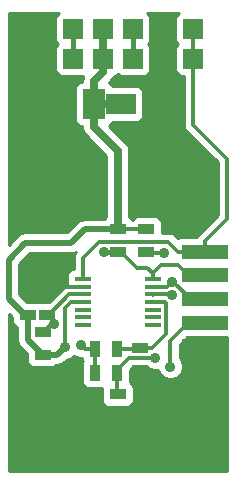
<source format=gbr>
G04 #@! TF.FileFunction,Copper,L2,Bot,Signal*
%FSLAX46Y46*%
G04 Gerber Fmt 4.6, Leading zero omitted, Abs format (unit mm)*
G04 Created by KiCad (PCBNEW (2015-05-13 BZR 5653)-product) date 7. 1. 2016 8:57:19*
%MOMM*%
G01*
G04 APERTURE LIST*
%ADD10C,0.100000*%
%ADD11R,1.450000X0.450000*%
%ADD12R,1.397000X0.889000*%
%ADD13R,1.651000X1.651000*%
%ADD14C,6.000000*%
%ADD15R,0.889000X1.397000*%
%ADD16R,4.000000X1.200000*%
%ADD17R,1.950720X2.499360*%
%ADD18R,2.499360X1.800860*%
%ADD19C,0.889000*%
%ADD20C,0.254000*%
%ADD21C,0.300000*%
%ADD22C,0.700000*%
%ADD23C,0.500000*%
%ADD24C,0.400000*%
G04 APERTURE END LIST*
D10*
D11*
X138110000Y-97810000D03*
X138110000Y-98460000D03*
X138110000Y-99110000D03*
X138110000Y-99760000D03*
X138110000Y-100410000D03*
X138110000Y-101060000D03*
X138110000Y-101710000D03*
X132210000Y-101710000D03*
X132210000Y-101060000D03*
X132210000Y-100410000D03*
X132210000Y-99760000D03*
X132210000Y-99110000D03*
X132210000Y-98460000D03*
X132210000Y-97810000D03*
D12*
X129191000Y-100839500D03*
X129191000Y-98934500D03*
X127540000Y-100839500D03*
X127540000Y-98934500D03*
D13*
X136430000Y-79186000D03*
X128810000Y-76646000D03*
X133890000Y-76646000D03*
X128810000Y-79186000D03*
X138970000Y-76646000D03*
X136430000Y-76646000D03*
X131350000Y-76646000D03*
X138970000Y-79186000D03*
X131350000Y-79186000D03*
X133890000Y-79186000D03*
X141510000Y-79186000D03*
X141510000Y-76646000D03*
D14*
X130080000Y-109920000D03*
X140240000Y-109920000D03*
X140240000Y-89600000D03*
X130080000Y-89600000D03*
D12*
X128810000Y-104205000D03*
X128810000Y-102300000D03*
D15*
X135096500Y-103697000D03*
X133191500Y-103697000D03*
D12*
X137065000Y-105538500D03*
X137065000Y-103633500D03*
D15*
X135096500Y-105729000D03*
X133191500Y-105729000D03*
D12*
X135160000Y-109475500D03*
X135160000Y-107570500D03*
X135160000Y-95505500D03*
X135160000Y-93600500D03*
X137573000Y-95505500D03*
X137573000Y-93600500D03*
D16*
X142526000Y-103506000D03*
X142526000Y-101506000D03*
X142526000Y-99506000D03*
X142526000Y-97506000D03*
X142526000Y-95506000D03*
D17*
X130029200Y-82996000D03*
X133128000Y-82996000D03*
D18*
X139411960Y-82996000D03*
X135414000Y-82996000D03*
D19*
X127793996Y-96966000D03*
X130842000Y-96458010D03*
X139605000Y-105221000D03*
X130674510Y-103546990D03*
X139097000Y-95569000D03*
X139726668Y-98037617D03*
X133972073Y-95524073D03*
X138344689Y-104465459D03*
X139757382Y-99180206D03*
X132080000Y-103378000D03*
X129794000Y-101600000D03*
D20*
X129318000Y-99061500D02*
X129191000Y-98934500D01*
D21*
X129665500Y-98460000D02*
X129191000Y-98934500D01*
X132210000Y-98460000D02*
X129665500Y-98460000D01*
X129191000Y-98190000D02*
X127967000Y-96966000D01*
X127967000Y-96966000D02*
X127793996Y-96966000D01*
X129191000Y-98934500D02*
X129191000Y-98190000D01*
X129191000Y-98190000D02*
X129191000Y-98109010D01*
X129191000Y-98109010D02*
X130397501Y-96902509D01*
X130397501Y-96902509D02*
X130842000Y-96458010D01*
D22*
X133890000Y-79186000D02*
X133890000Y-80084925D01*
X133128000Y-82996000D02*
X133128000Y-81046320D01*
X133128000Y-81046320D02*
X133890000Y-80284320D01*
X133890000Y-80284320D02*
X133890000Y-80084925D01*
X135160000Y-89216193D02*
X135160000Y-92456000D01*
X133128000Y-84945680D02*
X135160000Y-86977680D01*
X133128000Y-82996000D02*
X133128000Y-84945680D01*
X135160000Y-86977680D02*
X135160000Y-89216193D01*
X133128000Y-82996000D02*
X135414000Y-82996000D01*
D21*
X142526000Y-101506000D02*
X141126000Y-101506000D01*
X130674510Y-100270490D02*
X130674510Y-103546990D01*
X131185000Y-99760000D02*
X130674510Y-100270490D01*
X132210000Y-99760000D02*
X131185000Y-99760000D01*
X139605000Y-103027000D02*
X139605000Y-105221000D01*
X141126000Y-101506000D02*
X139605000Y-103027000D01*
X137573000Y-93600500D02*
X135160000Y-93600500D01*
D22*
X133890000Y-76646000D02*
X133890000Y-79186000D01*
X135160000Y-92456000D02*
X135160000Y-93600500D01*
D23*
X131222503Y-94747499D02*
X127338719Y-94747499D01*
X132369502Y-93600500D02*
X131222503Y-94747499D01*
X135160000Y-93600500D02*
X132369502Y-93600500D01*
X127286000Y-100839500D02*
X127540000Y-100839500D01*
X125905499Y-99458999D02*
X127286000Y-100839500D01*
X125905499Y-96180719D02*
X125905499Y-99458999D01*
X127338719Y-94747499D02*
X125905499Y-96180719D01*
X127540000Y-102935000D02*
X128810000Y-104205000D01*
X127540000Y-100839500D02*
X127540000Y-102935000D01*
X130016500Y-104205000D02*
X130674510Y-103546990D01*
X128810000Y-104205000D02*
X130016500Y-104205000D01*
D24*
X136430000Y-79186000D02*
X136430000Y-76646000D01*
D21*
X137636500Y-95569000D02*
X137573000Y-95505500D01*
X139097000Y-95569000D02*
X137636500Y-95569000D01*
X138110000Y-98460000D02*
X139304285Y-98460000D01*
X139304285Y-98460000D02*
X139726668Y-98037617D01*
X141338958Y-99506000D02*
X142526000Y-99506000D01*
X139870575Y-98037617D02*
X141338958Y-99506000D01*
X139726668Y-98037617D02*
X139870575Y-98037617D01*
D20*
X137192000Y-95505500D02*
X136938000Y-95505500D01*
D24*
X131350000Y-79186000D02*
X131350000Y-76646000D01*
X133972073Y-95524073D02*
X135141427Y-95524073D01*
X135141427Y-95524073D02*
X135160000Y-95505500D01*
D21*
X142222000Y-97810000D02*
X142526000Y-97506000D01*
X138110000Y-97285000D02*
X137664000Y-96839000D01*
X135414000Y-95505500D02*
X135160000Y-95505500D01*
X136747500Y-96839000D02*
X135414000Y-95505500D01*
X137664000Y-96839000D02*
X136747500Y-96839000D01*
X140226000Y-96606000D02*
X141126000Y-97506000D01*
X141126000Y-97506000D02*
X142526000Y-97506000D01*
X138789000Y-96606000D02*
X140226000Y-96606000D01*
X138110000Y-97285000D02*
X138789000Y-96606000D01*
X138110000Y-97810000D02*
X138110000Y-97285000D01*
X141510000Y-79186000D02*
X141510000Y-76646000D01*
X142526000Y-94606000D02*
X142526000Y-95506000D01*
X144390001Y-87607999D02*
X144390001Y-92741999D01*
X141510000Y-84727998D02*
X144390001Y-87607999D01*
X144390001Y-92741999D02*
X142526000Y-94606000D01*
X141510000Y-79186000D02*
X141510000Y-84727998D01*
X132210000Y-97285000D02*
X132210000Y-97810000D01*
X133583365Y-94656999D02*
X132210000Y-96030364D01*
X132210000Y-96030364D02*
X132210000Y-97285000D01*
X139440781Y-94656999D02*
X133583365Y-94656999D01*
X140289782Y-95506000D02*
X139440781Y-94656999D01*
X142526000Y-95506000D02*
X140289782Y-95506000D01*
X138130999Y-99089001D02*
X138110000Y-99110000D01*
X135096500Y-105475000D02*
X136089499Y-104482001D01*
X135096500Y-105729000D02*
X135096500Y-105475000D01*
X138328147Y-104482001D02*
X138344689Y-104465459D01*
X136089499Y-104482001D02*
X138328147Y-104482001D01*
X138130999Y-99130999D02*
X138110000Y-99110000D01*
X135096500Y-107507000D02*
X135160000Y-107570500D01*
X135096500Y-105729000D02*
X135096500Y-107507000D01*
X139757382Y-99180206D02*
X139687176Y-99110000D01*
X139687176Y-99110000D02*
X138110000Y-99110000D01*
X137001500Y-103697000D02*
X137065000Y-103633500D01*
X135096500Y-103697000D02*
X137001500Y-103697000D01*
X139135000Y-99760000D02*
X138110000Y-99760000D01*
X137065000Y-103633500D02*
X138063500Y-103633500D01*
X138063500Y-103633500D02*
X139239001Y-102457999D01*
X139239001Y-102457999D02*
X139239001Y-99861799D01*
X139239001Y-99861799D02*
X139137202Y-99760000D01*
X139137202Y-99760000D02*
X139135000Y-99760000D01*
X129322012Y-100839500D02*
X129191000Y-100839500D01*
X131051512Y-99110000D02*
X129322012Y-100839500D01*
X132210000Y-99110000D02*
X131051512Y-99110000D01*
X133191500Y-105729000D02*
X133191500Y-103697000D01*
X132399000Y-103697000D02*
X132080000Y-103378000D01*
X133191500Y-103697000D02*
X132399000Y-103697000D01*
X129510000Y-101600000D02*
X128810000Y-102300000D01*
X129794000Y-101600000D02*
X129510000Y-101600000D01*
X129794000Y-101442500D02*
X129191000Y-100839500D01*
X129794000Y-101600000D02*
X129794000Y-101442500D01*
D20*
G36*
X131622075Y-95524441D02*
X131484755Y-95729957D01*
X131425000Y-96030364D01*
X131425000Y-96949201D01*
X131242877Y-96984537D01*
X131030073Y-97124327D01*
X130887623Y-97335360D01*
X130837560Y-97585000D01*
X130837560Y-98035000D01*
X130884537Y-98277123D01*
X130931649Y-98348842D01*
X130751105Y-98384755D01*
X130496433Y-98554921D01*
X129303794Y-99747560D01*
X128492500Y-99747560D01*
X128363401Y-99772607D01*
X128238500Y-99747560D01*
X127445639Y-99747560D01*
X126790499Y-99092419D01*
X126790499Y-96547298D01*
X127705298Y-95632499D01*
X131222497Y-95632499D01*
X131222503Y-95632500D01*
X131222503Y-95632499D01*
X131504987Y-95576309D01*
X131561177Y-95565132D01*
X131561178Y-95565132D01*
X131622075Y-95524441D01*
X131622075Y-95524441D01*
G37*
X131622075Y-95524441D02*
X131484755Y-95729957D01*
X131425000Y-96030364D01*
X131425000Y-96949201D01*
X131242877Y-96984537D01*
X131030073Y-97124327D01*
X130887623Y-97335360D01*
X130837560Y-97585000D01*
X130837560Y-98035000D01*
X130884537Y-98277123D01*
X130931649Y-98348842D01*
X130751105Y-98384755D01*
X130496433Y-98554921D01*
X129303794Y-99747560D01*
X128492500Y-99747560D01*
X128363401Y-99772607D01*
X128238500Y-99747560D01*
X127445639Y-99747560D01*
X126790499Y-99092419D01*
X126790499Y-96547298D01*
X127705298Y-95632499D01*
X131222497Y-95632499D01*
X131222503Y-95632500D01*
X131222503Y-95632499D01*
X131504987Y-95576309D01*
X131561177Y-95565132D01*
X131561178Y-95565132D01*
X131622075Y-95524441D01*
G36*
X134175000Y-92584688D02*
X134006573Y-92695327D01*
X133992955Y-92715500D01*
X132369507Y-92715500D01*
X132369502Y-92715499D01*
X132030828Y-92782866D01*
X131935556Y-92846524D01*
X131743712Y-92974710D01*
X131743709Y-92974713D01*
X130855923Y-93862499D01*
X127338724Y-93862499D01*
X127338719Y-93862498D01*
X127000044Y-93929866D01*
X126712929Y-94121709D01*
X126712926Y-94121712D01*
X125941000Y-94893638D01*
X125941000Y-75301000D01*
X130159126Y-75301000D01*
X130069573Y-75359827D01*
X129927123Y-75570860D01*
X129877060Y-75820500D01*
X129877060Y-77471500D01*
X129924037Y-77713623D01*
X130057805Y-77917260D01*
X129927123Y-78110860D01*
X129877060Y-78360500D01*
X129877060Y-80011500D01*
X129924037Y-80253623D01*
X130063827Y-80466427D01*
X130274860Y-80608877D01*
X130524500Y-80658940D01*
X132175500Y-80658940D01*
X132232318Y-80647915D01*
X132217979Y-80669377D01*
X132143000Y-81046320D01*
X132143000Y-81100750D01*
X131910517Y-81145857D01*
X131697713Y-81285647D01*
X131555263Y-81496680D01*
X131505200Y-81746320D01*
X131505200Y-84245680D01*
X131552177Y-84487803D01*
X131691967Y-84700607D01*
X131903000Y-84843057D01*
X132143000Y-84891186D01*
X132143000Y-84945680D01*
X132217979Y-85322623D01*
X132431500Y-85642180D01*
X134175000Y-87385680D01*
X134175000Y-89216193D01*
X134175000Y-92456000D01*
X134175000Y-92584688D01*
X134175000Y-92584688D01*
G37*
X134175000Y-92584688D02*
X134006573Y-92695327D01*
X133992955Y-92715500D01*
X132369507Y-92715500D01*
X132369502Y-92715499D01*
X132030828Y-92782866D01*
X131935556Y-92846524D01*
X131743712Y-92974710D01*
X131743709Y-92974713D01*
X130855923Y-93862499D01*
X127338724Y-93862499D01*
X127338719Y-93862498D01*
X127000044Y-93929866D01*
X126712929Y-94121709D01*
X126712926Y-94121712D01*
X125941000Y-94893638D01*
X125941000Y-75301000D01*
X130159126Y-75301000D01*
X130069573Y-75359827D01*
X129927123Y-75570860D01*
X129877060Y-75820500D01*
X129877060Y-77471500D01*
X129924037Y-77713623D01*
X130057805Y-77917260D01*
X129927123Y-78110860D01*
X129877060Y-78360500D01*
X129877060Y-80011500D01*
X129924037Y-80253623D01*
X130063827Y-80466427D01*
X130274860Y-80608877D01*
X130524500Y-80658940D01*
X132175500Y-80658940D01*
X132232318Y-80647915D01*
X132217979Y-80669377D01*
X132143000Y-81046320D01*
X132143000Y-81100750D01*
X131910517Y-81145857D01*
X131697713Y-81285647D01*
X131555263Y-81496680D01*
X131505200Y-81746320D01*
X131505200Y-84245680D01*
X131552177Y-84487803D01*
X131691967Y-84700607D01*
X131903000Y-84843057D01*
X132143000Y-84891186D01*
X132143000Y-84945680D01*
X132217979Y-85322623D01*
X132431500Y-85642180D01*
X134175000Y-87385680D01*
X134175000Y-89216193D01*
X134175000Y-92456000D01*
X134175000Y-92584688D01*
G36*
X143605001Y-92416841D02*
X141970921Y-94050921D01*
X141832181Y-94258560D01*
X140526000Y-94258560D01*
X140283877Y-94305537D01*
X140232938Y-94338998D01*
X139995860Y-94101920D01*
X139741188Y-93931754D01*
X139440781Y-93871999D01*
X138918940Y-93871999D01*
X138918940Y-93156000D01*
X138871963Y-92913877D01*
X138732173Y-92701073D01*
X138521140Y-92558623D01*
X138271500Y-92508560D01*
X136874500Y-92508560D01*
X136632377Y-92555537D01*
X136419573Y-92695327D01*
X136366777Y-92773541D01*
X136319173Y-92701073D01*
X136145000Y-92583503D01*
X136145000Y-92456000D01*
X136145000Y-89216193D01*
X136145000Y-86977680D01*
X136070021Y-86600737D01*
X135856500Y-86281180D01*
X134391339Y-84816019D01*
X134558287Y-84706353D01*
X134667965Y-84543870D01*
X136663680Y-84543870D01*
X136905803Y-84496893D01*
X137118607Y-84357103D01*
X137261057Y-84146070D01*
X137311120Y-83896430D01*
X137311120Y-82095570D01*
X137264143Y-81853447D01*
X137124353Y-81640643D01*
X136913320Y-81498193D01*
X136663680Y-81448130D01*
X134666992Y-81448130D01*
X134564033Y-81291393D01*
X134392030Y-81175289D01*
X134586500Y-80980820D01*
X134800021Y-80661263D01*
X134803894Y-80641789D01*
X134957623Y-80611963D01*
X135161260Y-80478194D01*
X135354860Y-80608877D01*
X135604500Y-80658940D01*
X137255500Y-80658940D01*
X137497623Y-80611963D01*
X137710427Y-80472173D01*
X137852877Y-80261140D01*
X137902940Y-80011500D01*
X137902940Y-78360500D01*
X137855963Y-78118377D01*
X137722194Y-77914739D01*
X137852877Y-77721140D01*
X137902940Y-77471500D01*
X137902940Y-75820500D01*
X137855963Y-75578377D01*
X137716173Y-75365573D01*
X137620511Y-75301000D01*
X140319126Y-75301000D01*
X140229573Y-75359827D01*
X140087123Y-75570860D01*
X140037060Y-75820500D01*
X140037060Y-77471500D01*
X140084037Y-77713623D01*
X140217805Y-77917260D01*
X140087123Y-78110860D01*
X140037060Y-78360500D01*
X140037060Y-80011500D01*
X140084037Y-80253623D01*
X140223827Y-80466427D01*
X140434860Y-80608877D01*
X140684500Y-80658940D01*
X140725000Y-80658940D01*
X140725000Y-84727998D01*
X140784755Y-85028405D01*
X140954921Y-85283077D01*
X143605001Y-87933156D01*
X143605001Y-92416841D01*
X143605001Y-92416841D01*
G37*
X143605001Y-92416841D02*
X141970921Y-94050921D01*
X141832181Y-94258560D01*
X140526000Y-94258560D01*
X140283877Y-94305537D01*
X140232938Y-94338998D01*
X139995860Y-94101920D01*
X139741188Y-93931754D01*
X139440781Y-93871999D01*
X138918940Y-93871999D01*
X138918940Y-93156000D01*
X138871963Y-92913877D01*
X138732173Y-92701073D01*
X138521140Y-92558623D01*
X138271500Y-92508560D01*
X136874500Y-92508560D01*
X136632377Y-92555537D01*
X136419573Y-92695327D01*
X136366777Y-92773541D01*
X136319173Y-92701073D01*
X136145000Y-92583503D01*
X136145000Y-92456000D01*
X136145000Y-89216193D01*
X136145000Y-86977680D01*
X136070021Y-86600737D01*
X135856500Y-86281180D01*
X134391339Y-84816019D01*
X134558287Y-84706353D01*
X134667965Y-84543870D01*
X136663680Y-84543870D01*
X136905803Y-84496893D01*
X137118607Y-84357103D01*
X137261057Y-84146070D01*
X137311120Y-83896430D01*
X137311120Y-82095570D01*
X137264143Y-81853447D01*
X137124353Y-81640643D01*
X136913320Y-81498193D01*
X136663680Y-81448130D01*
X134666992Y-81448130D01*
X134564033Y-81291393D01*
X134392030Y-81175289D01*
X134586500Y-80980820D01*
X134800021Y-80661263D01*
X134803894Y-80641789D01*
X134957623Y-80611963D01*
X135161260Y-80478194D01*
X135354860Y-80608877D01*
X135604500Y-80658940D01*
X137255500Y-80658940D01*
X137497623Y-80611963D01*
X137710427Y-80472173D01*
X137852877Y-80261140D01*
X137902940Y-80011500D01*
X137902940Y-78360500D01*
X137855963Y-78118377D01*
X137722194Y-77914739D01*
X137852877Y-77721140D01*
X137902940Y-77471500D01*
X137902940Y-75820500D01*
X137855963Y-75578377D01*
X137716173Y-75365573D01*
X137620511Y-75301000D01*
X140319126Y-75301000D01*
X140229573Y-75359827D01*
X140087123Y-75570860D01*
X140037060Y-75820500D01*
X140037060Y-77471500D01*
X140084037Y-77713623D01*
X140217805Y-77917260D01*
X140087123Y-78110860D01*
X140037060Y-78360500D01*
X140037060Y-80011500D01*
X140084037Y-80253623D01*
X140223827Y-80466427D01*
X140434860Y-80608877D01*
X140684500Y-80658940D01*
X140725000Y-80658940D01*
X140725000Y-84727998D01*
X140784755Y-85028405D01*
X140954921Y-85283077D01*
X143605001Y-87933156D01*
X143605001Y-92416841D01*
G36*
X144379000Y-114059000D02*
X125941000Y-114059000D01*
X125941000Y-100746079D01*
X126194060Y-100999139D01*
X126194060Y-101284000D01*
X126241037Y-101526123D01*
X126380827Y-101738927D01*
X126591860Y-101881377D01*
X126655000Y-101894039D01*
X126655000Y-102934994D01*
X126654999Y-102935000D01*
X126711189Y-103217484D01*
X126722367Y-103273675D01*
X126914210Y-103560790D01*
X127464060Y-104110639D01*
X127464060Y-104649500D01*
X127511037Y-104891623D01*
X127650827Y-105104427D01*
X127861860Y-105246877D01*
X128111500Y-105296940D01*
X129508500Y-105296940D01*
X129750623Y-105249963D01*
X129963427Y-105110173D01*
X129977044Y-105090000D01*
X130016494Y-105090000D01*
X130016500Y-105090001D01*
X130016500Y-105090000D01*
X130298984Y-105033810D01*
X130355174Y-105022633D01*
X130355175Y-105022633D01*
X130642290Y-104830790D01*
X130846439Y-104626640D01*
X130888294Y-104626677D01*
X131285199Y-104462679D01*
X131461644Y-104286541D01*
X131467714Y-104292622D01*
X131864332Y-104457313D01*
X132111594Y-104457528D01*
X132146537Y-104637623D01*
X132195744Y-104712532D01*
X132149623Y-104780860D01*
X132099560Y-105030500D01*
X132099560Y-106427500D01*
X132146537Y-106669623D01*
X132286327Y-106882427D01*
X132497360Y-107024877D01*
X132747000Y-107074940D01*
X133636000Y-107074940D01*
X133831922Y-107036926D01*
X133814060Y-107126000D01*
X133814060Y-108015000D01*
X133861037Y-108257123D01*
X134000827Y-108469927D01*
X134211860Y-108612377D01*
X134461500Y-108662440D01*
X135858500Y-108662440D01*
X136100623Y-108615463D01*
X136313427Y-108475673D01*
X136455877Y-108264640D01*
X136505940Y-108015000D01*
X136505940Y-107126000D01*
X136458963Y-106883877D01*
X136319173Y-106671073D01*
X136161004Y-106564307D01*
X136188440Y-106427500D01*
X136188440Y-105493218D01*
X136414657Y-105267001D01*
X137619520Y-105267001D01*
X137732403Y-105380081D01*
X138129021Y-105544772D01*
X138558473Y-105545146D01*
X138569099Y-105540755D01*
X138689311Y-105831689D01*
X138992714Y-106135622D01*
X139389332Y-106300313D01*
X139818784Y-106300687D01*
X140215689Y-106136689D01*
X140519622Y-105833286D01*
X140684313Y-105436668D01*
X140684687Y-105007216D01*
X140520689Y-104610311D01*
X140390000Y-104479393D01*
X140390000Y-103352158D01*
X140988718Y-102753440D01*
X144379000Y-102753440D01*
X144379000Y-114059000D01*
X144379000Y-114059000D01*
G37*
X144379000Y-114059000D02*
X125941000Y-114059000D01*
X125941000Y-100746079D01*
X126194060Y-100999139D01*
X126194060Y-101284000D01*
X126241037Y-101526123D01*
X126380827Y-101738927D01*
X126591860Y-101881377D01*
X126655000Y-101894039D01*
X126655000Y-102934994D01*
X126654999Y-102935000D01*
X126711189Y-103217484D01*
X126722367Y-103273675D01*
X126914210Y-103560790D01*
X127464060Y-104110639D01*
X127464060Y-104649500D01*
X127511037Y-104891623D01*
X127650827Y-105104427D01*
X127861860Y-105246877D01*
X128111500Y-105296940D01*
X129508500Y-105296940D01*
X129750623Y-105249963D01*
X129963427Y-105110173D01*
X129977044Y-105090000D01*
X130016494Y-105090000D01*
X130016500Y-105090001D01*
X130016500Y-105090000D01*
X130298984Y-105033810D01*
X130355174Y-105022633D01*
X130355175Y-105022633D01*
X130642290Y-104830790D01*
X130846439Y-104626640D01*
X130888294Y-104626677D01*
X131285199Y-104462679D01*
X131461644Y-104286541D01*
X131467714Y-104292622D01*
X131864332Y-104457313D01*
X132111594Y-104457528D01*
X132146537Y-104637623D01*
X132195744Y-104712532D01*
X132149623Y-104780860D01*
X132099560Y-105030500D01*
X132099560Y-106427500D01*
X132146537Y-106669623D01*
X132286327Y-106882427D01*
X132497360Y-107024877D01*
X132747000Y-107074940D01*
X133636000Y-107074940D01*
X133831922Y-107036926D01*
X133814060Y-107126000D01*
X133814060Y-108015000D01*
X133861037Y-108257123D01*
X134000827Y-108469927D01*
X134211860Y-108612377D01*
X134461500Y-108662440D01*
X135858500Y-108662440D01*
X136100623Y-108615463D01*
X136313427Y-108475673D01*
X136455877Y-108264640D01*
X136505940Y-108015000D01*
X136505940Y-107126000D01*
X136458963Y-106883877D01*
X136319173Y-106671073D01*
X136161004Y-106564307D01*
X136188440Y-106427500D01*
X136188440Y-105493218D01*
X136414657Y-105267001D01*
X137619520Y-105267001D01*
X137732403Y-105380081D01*
X138129021Y-105544772D01*
X138558473Y-105545146D01*
X138569099Y-105540755D01*
X138689311Y-105831689D01*
X138992714Y-106135622D01*
X139389332Y-106300313D01*
X139818784Y-106300687D01*
X140215689Y-106136689D01*
X140519622Y-105833286D01*
X140684313Y-105436668D01*
X140684687Y-105007216D01*
X140520689Y-104610311D01*
X140390000Y-104479393D01*
X140390000Y-103352158D01*
X140988718Y-102753440D01*
X144379000Y-102753440D01*
X144379000Y-114059000D01*
M02*

</source>
